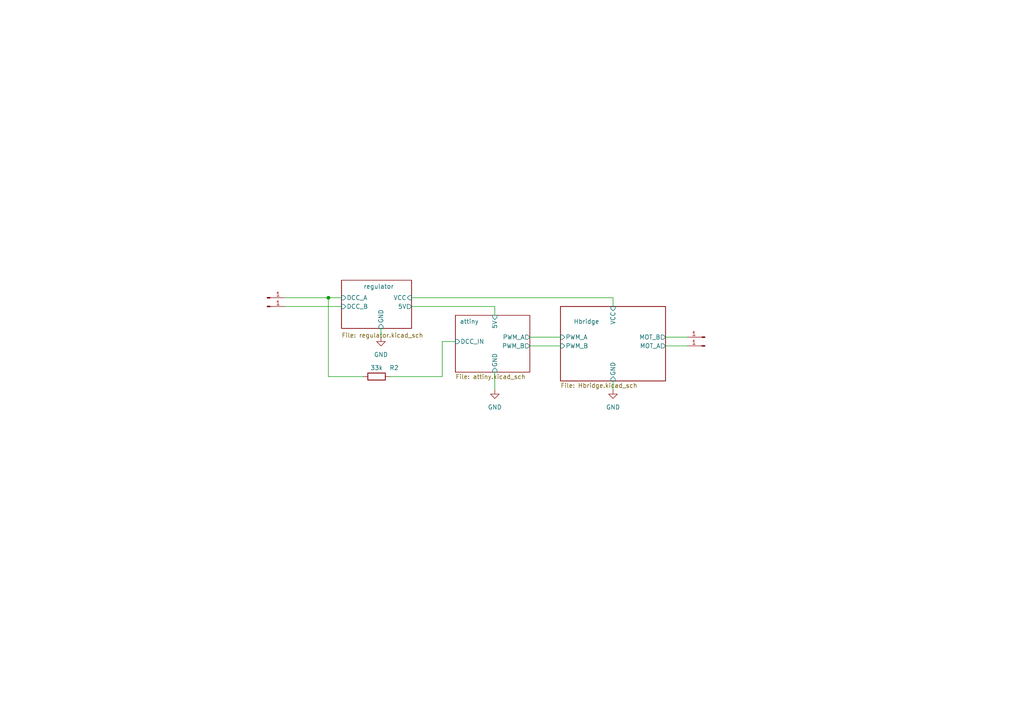
<source format=kicad_sch>
(kicad_sch (version 20230121) (generator eeschema)
  (paper "A4")
  (lib_symbols
    (symbol "Connector:Conn_01x01_Pin" (pin_names (offset 1.016) hide)
      (property "Reference" "J" (at 0 2.54 0))
      (property "Value" "Conn_01x01_Pin" (at 0 -2.54 0))
      (symbol "Conn_01x01_Pin_1_1"
        (polyline (pts (xy 1.27 0) (xy 0.8636 0)) (stroke (width 0.1524)))
        (rectangle (start 0.8636 0.127) (end 0 -0.127) (stroke (width 0.1524)) (fill (type outline)))
        (pin passive line (at 5.08 0 180) (length 3.81) (name "Pin_1") (number "1"))
      )
    )
    (symbol "Device:R" (pin_numbers hide) (pin_names (offset 0))
      (property "Reference" "R" (at 2.032 0 90))
      (property "Value" "R" (at 0 0 90))
      (symbol "R_0_1"
        (rectangle (start -1.016 -2.54) (end 1.016 2.54) (stroke (width 0.254)))
      )
      (symbol "R_1_1"
        (pin passive line (at 0 3.81 270) (length 1.27) (name "~") (number "1"))
        (pin passive line (at 0 -3.81 90) (length 1.27) (name "~") (number "2"))
      )
    )
    (symbol "power:GND" (power) (pin_names (offset 0))
      (property "Value" "GND" (at 0 -3.81 0))
      (symbol "GND_0_1"
        (polyline (pts (xy 0 0) (xy 0 -1.27) (xy 1.27 -1.27) (xy 0 -2.54) (xy -1.27 -1.27) (xy 0 -1.27)))
      )
      (symbol "GND_1_1"
        (pin power_in line (at 0 0 270) (length 0) hide (name "GND") (number "1"))
      )
    )
  )
  (junction (at 95.25 86.36))
  (wire (pts (xy 128.27 99.06) (xy 132.08 99.06)))
  (wire (pts (xy 153.67 100.33) (xy 162.56 100.33)))
  (wire (pts (xy 95.25 109.22) (xy 95.25 86.36)))
  (wire (pts (xy 95.25 86.36) (xy 99.06 86.36)))
  (wire (pts (xy 143.51 107.95) (xy 143.51 113.03)))
  (wire (pts (xy 128.27 109.22) (xy 128.27 99.06)))
  (wire (pts (xy 113.03 109.22) (xy 128.27 109.22)))
  (wire (pts (xy 119.38 88.9) (xy 143.51 88.9)))
  (wire (pts (xy 193.04 100.33) (xy 199.39 100.33)))
  (wire (pts (xy 143.51 88.9) (xy 143.51 91.44)))
  (wire (pts (xy 119.38 86.36) (xy 177.8 86.36)))
  (wire (pts (xy 153.67 97.79) (xy 162.56 97.79)))
  (wire (pts (xy 177.8 110.49) (xy 177.8 113.03)))
  (wire (pts (xy 110.49 95.25) (xy 110.49 97.79)))
  (wire (pts (xy 82.55 88.9) (xy 99.06 88.9)))
  (wire (pts (xy 82.55 86.36) (xy 95.25 86.36)))
  (wire (pts (xy 177.8 86.36) (xy 177.8 88.9)))
  (wire (pts (xy 193.04 97.79) (xy 199.39 97.79)))
  (wire (pts (xy 95.25 109.22) (xy 105.41 109.22)))
  (symbol (lib_id "power:GND") (at 143.51 113.03 0) (unit 1)
    (property "Reference" "#PWR02" (effects hide))
    (property "Value" "GND" (at 143.51 118.11 0))
  )
  (symbol (lib_id "Connector:Conn_01x01_Pin") (at 77.47 88.9 0) (unit 1)
    (property "Reference" "J2" (effects hide))
    (property "Value" "Conn_01x01_Pin" (effects hide))
    (property "Footprint" "Connector_Wire:SolderWirePad_1x01_SMD_1x2mm" (effects hide))
  )
  (symbol (lib_id "power:GND") (at 177.8 113.03 0) (unit 1)
    (property "Reference" "#PWR03" (effects hide))
    (property "Value" "GND" (at 177.8 118.11 0))
  )
  (symbol (lib_id "power:GND") (at 110.49 97.79 0) (unit 1)
    (property "Reference" "#PWR01" (effects hide))
    (property "Value" "GND" (at 110.49 102.87 0))
  )
  (symbol (lib_id "Device:R") (at 109.22 109.22 270) (unit 1)
    (property "Reference" "R2" (at 114.3 106.68 90))
    (property "Value" "33k" (at 109.22 106.68 90))
    (property "Footprint" "Resistor_SMD:R_0402_1005Metric" (effects hide))
  )
  (symbol (lib_id "Connector:Conn_01x01_Pin") (at 204.47 100.33 180) (unit 1)
    (property "Reference" "J4" (effects hide))
    (property "Value" "Conn_01x01_Pin" (effects hide))
    (property "Footprint" "Connector_Wire:SolderWirePad_1x01_SMD_1x2mm" (effects hide))
  )
  (symbol (lib_id "Connector:Conn_01x01_Pin") (at 204.47 97.79 180) (unit 1)
    (property "Reference" "J3" (effects hide))
    (property "Value" "Conn_01x01_Pin" (effects hide))
    (property "Footprint" "Connector_Wire:SolderWirePad_1x01_SMD_1x2mm" (effects hide))
  )
  (symbol (lib_id "Connector:Conn_01x01_Pin") (at 77.47 86.36 0) (unit 1)
    (property "Reference" "J1" (effects hide))
    (property "Value" "Conn_01x01_Pin" (effects hide))
    (property "Footprint" "Connector_Wire:SolderWirePad_1x01_SMD_1x2mm" (effects hide))
  )
  (sheet (at 99.06 81.28) (size 20.32 13.97) (stroke (width 0.1524))
    (property "Sheetname" "regulator" (at 105.41 83.82 0) (effects (justify left bottom)))
    (property "Sheetfile" "regulator.kicad_sch" (at 99.06 96.52 0) (effects (justify left top)))
    (pin "5V" output (at 119.38 88.9 0))
    (pin "GND" input (at 110.49 95.25 270))
    (pin "DCC_B" input (at 99.06 88.9 180))
    (pin "VCC" input (at 119.38 86.36 0))
    (pin "DCC_A" input (at 99.06 86.36 180))
  )
  (sheet (at 132.08 91.44) (size 21.59 16.51) (stroke (width 0.1524))
    (property "Sheetname" "attiny" (at 133.35 93.98 0) (effects (justify left bottom)))
    (property "Sheetfile" "attiny.kicad_sch" (at 132.08 108.5346 0) (effects (justify left top)))
    (pin "5V" input (at 143.51 91.44 90))
    (pin "GND" input (at 143.51 107.95 270))
    (pin "DCC_IN" input (at 132.08 99.06 180))
    (pin "PWM_A" output (at 153.67 97.79 0))
    (pin "PWM_B" output (at 153.67 100.33 0))
  )
  (sheet (at 162.56 88.9) (size 30.48 21.59) (stroke (width 0.1524))
    (property "Sheetname" "Hbridge" (at 166.37 93.98 0) (effects (justify left bottom)))
    (property "Sheetfile" "Hbridge.kicad_sch" (at 162.56 111.0746 0) (effects (justify left top)))
    (pin "PWM_B" input (at 162.56 100.33 180))
    (pin "VCC" input (at 177.8 88.9 90))
    (pin "MOT_B" output (at 193.04 97.79 0))
    (pin "GND" input (at 177.8 110.49 270))
    (pin "MOT_A" output (at 193.04 100.33 0))
    (pin "PWM_A" input (at 162.56 97.79 180))
  )
)
</source>
